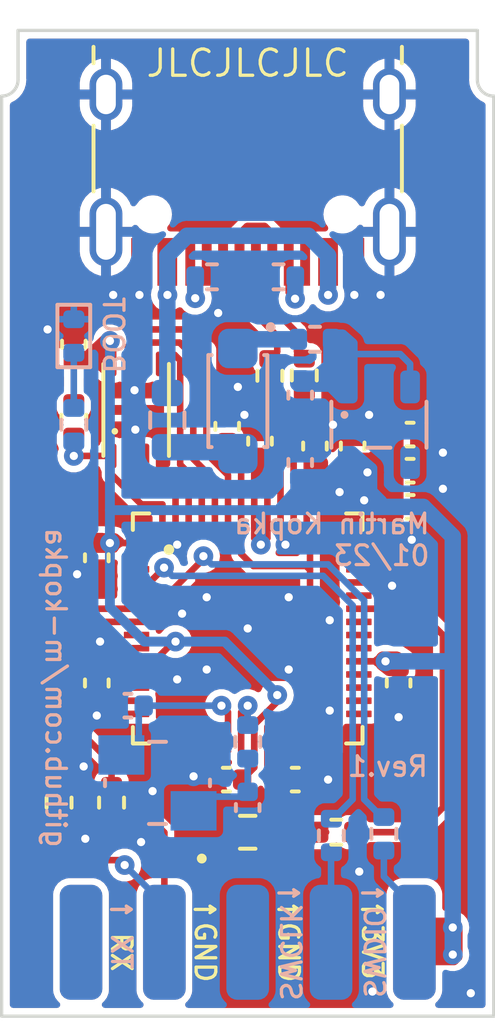
<source format=kicad_pcb>
(kicad_pcb (version 20211014) (generator pcbnew)
  (layers (0 "F.Cu" signal) (31 "B.Cu" signal) (34 "B.Paste" user) (35 "F.Paste" user) (36 "B.SilkS" user "B.Silkscreen") (37 "F.SilkS" user "F.Silkscreen") (38 "B.Mask" user) (39 "F.Mask" user) (44 "Edge.Cuts" user))
  (net 0 "")
  (net 1 "+5V")
  (net 2 "GND")
  (net 3 "+3V3")
  (net 4 "+1V1")
  (net 5 "Net-(C16-Pad1)")
  (net 6 "VBUS")
  (net 7 "USB_D+")
  (net 8 "USB_D-")
  (net 9 "/TARGET_SWDIO")
  (net 10 "/TARGET_SWCLK")
  (net 12 "Net-(R4-Pad1)")
  (net 13 "/TARGET_RX")
  (net 14 "/TARGET_TX")
  (net 17 "/LED")
  (net 18 "Net-(R3-Pad1)")
  (net 19 "/QSPI_SS")
  (net 20 "/BOOT")
  (net 21 "Net-(R10-Pad2)")
  (net 22 "Net-(R11-Pad2)")
  (net 23 "Net-(R12-Pad2)")
  (net 24 "Net-(R13-Pad2)")
  (net 27 "Net-(R5-Pad1)")
  (net 30 "Net-(D1-Pad1)")
  (net 40 "Net-(D1-Pad2)")
  (net 41 "Net-(LED1-Pad2)")
  (net 42 "Net-(C15-Pad1)")
  (net 62 "/QSPI_SD3")
  (net 63 "/QSPI_SCLK")
  (net 64 "/QSPI_SD0")
  (net 65 "/QSPI_SD2")
  (net 66 "/QSPI_SD1")
  (net 67 "Net-(J1-PadA5)")
  (net 68 "Net-(J1-PadB5)")
  (footprint "Resistor_SMD:R_0402_1005Metric" (layer "F.Cu") (at 160.825 94.16 90)
    (fp_text reference "R4" hide)
    (fp_text value "27R" hide)
  )
  (footprint "Capacitor_SMD:C_0402_1005Metric" (layer "F.Cu") (at 165.1 98.15)
    (fp_text reference "C5" hide)
    (fp_text value "100n" hide)
  )
  (footprint "Capacitor_SMD:C_0402_1005Metric" (layer "F.Cu") (at 165.1 95.95)
    (fp_text reference "C11" hide)
    (fp_text value "100n" hide)
  )
  (footprint "Capacitor_SMD:C_0402_1005Metric" (layer "F.Cu") (at 163.35 96.3 90)
    (fp_text reference "C3" hide)
    (fp_text value "1u" hide)
  )
  (footprint "Resistor_SMD:R_0402_1005Metric" (layer "F.Cu") (at 161.875 94.15 90)
    (fp_text reference "R5" hide)
    (fp_text value "27R" hide)
  )
  (footprint "Capacitor_SMD:C_0402_1005Metric" (layer "F.Cu") (at 159.525 95.7 90)
    (fp_text reference "C14" hide)
    (fp_text value "100n" hide)
  )
  (footprint "Resistor_SMD:R_0402_1005Metric" (layer "F.Cu") (at 154.85 95.5 90)
    (fp_text reference "R6" hide)
    (fp_text value "10k" hide)
  )
  (footprint "Resistor_SMD:R_0402_1005Metric" (layer "F.Cu") (at 162.85 108.05)
    (fp_text reference "R9" hide)
    (fp_text value "1k" hide)
  )
  (footprint "w-ic:QFN-56 7x7mm P0.4mm" (layer "F.Cu") (at 160.15 101.85)
    (fp_text reference "U2" hide)
    (fp_text value "RP2040" hide)
  )
  (footprint "w-opto:LED 0603" (layer "F.Cu") (at 160.15 108.0525)
    (fp_text reference "LED1" hide)
    (fp_text value "USR_LED" hide)
  )
  (footprint "Capacitor_SMD:C_0402_1005Metric" (layer "F.Cu") (at 154.85 93.2 90)
    (fp_text reference "C17" hide)
    (fp_text value "100n" hide)
  )
  (footprint "Capacitor_SMD:C_0402_1005Metric" (layer "F.Cu") (at 159.5 106.45 180)
    (fp_text reference "C8" hide)
    (fp_text value "100n" hide)
  )
  (footprint "w-connector:USB4105" (layer "F.Cu") (at 160.15 87.05 180)
    (fp_text reference "J1" hide)
    (fp_text value "USB4105" hide)
  )
  (footprint "Resistor_SMD:R_0402_1005Metric" (layer "F.Cu") (at 156 107.15 90)
    (fp_text reference "R13" hide)
    (fp_text value "27R" hide)
  )
  (footprint "w-ic:USON-8 2x3mm" (layer "F.Cu") (at 156.75 95.2 90)
    (fp_text reference "U3" hide)
    (fp_text value "W25Q16JV" hide)
  )
  (footprint "w-connector:MLW10 Edge" (layer "F.Cu") (at 160.15 113.65)
    (fp_text reference "J2" hide)
    (fp_text value "ARM 10pin" hide)
  )
  (footprint "Capacitor_SMD:C_0402_1005Metric" (layer "F.Cu") (at 155.55 99.7 -90)
    (fp_text reference "C9" hide)
    (fp_text value "100n" hide)
  )
  (footprint "Capacitor_SMD:C_0402_1005Metric" (layer "F.Cu") (at 155.55 103.51 -90)
    (fp_text reference "C6" hide)
    (fp_text value "100n" hide)
  )
  (footprint "Capacitor_SMD:C_0402_1005Metric" (layer "F.Cu") (at 161.6 106.45)
    (fp_text reference "C13" hide)
    (fp_text value "100n" hide)
  )
  (footprint "Capacitor_SMD:C_0402_1005Metric" (layer "F.Cu") (at 164.75 103.51 -90)
    (fp_text reference "C7" hide)
    (fp_text value "100n" hide)
  )
  (footprint "Capacitor_SMD:C_0402_1005Metric" (layer "F.Cu") (at 162.2 96.3 90)
    (fp_text reference "C12" hide)
    (fp_text value "1u" hide)
  )
  (footprint "Resistor_SMD:R_0402_1005Metric" (layer "F.Cu") (at 154.4 107.15 90)
    (fp_text reference "R12" hide)
    (fp_text value "27R" hide)
  )
  (footprint "Capacitor_SMD:C_0402_1005Metric" (layer "F.Cu") (at 160.525 96.15 90)
    (fp_text reference "C4" hide)
    (fp_text value "100n" hide)
  )
  (footprint "Capacitor_SMD:C_0402_1005Metric" (layer "F.Cu") (at 165.1 97.05)
    (fp_text reference "C10" hide)
    (fp_text value "100n" hide)
  )
  (footprint "w-diode:SOD-123LF" (layer "B.Cu") (at 159.85 94.93 -90)
    (fp_text reference "D1" hide)
    (fp_text value "BAT54H" hide)
  )
  (footprint "Capacitor_SMD:C_0402_1005Metric" (layer "B.Cu") (at 156.5 104.2 180)
    (fp_text reference "C16" hide)
    (fp_text value "12p" hide)
  )
  (footprint "Resistor_SMD:R_0402_1005Metric" (layer "B.Cu") (at 154.85 92.95 90)
    (fp_text reference "R8" hide)
    (fp_text value "DNP" hide)
  )
  (footprint "Resistor_SMD:R_0402_1005Metric" (layer "B.Cu") (at 154.85 95.65 90)
    (fp_text reference "R7" hide)
    (fp_text value "1k" hide)
  )
  (footprint "Resistor_SMD:R_0402_1005Metric" (layer "B.Cu") (at 161.09 91.15 180)
    (fp_text reference "R2" hide)
    (fp_text value "5k1" hide)
  )
  (footprint "Resistor_SMD:R_0402_1005Metric" (layer "B.Cu") (at 164.3 108.1 90)
    (fp_text reference "R11" hide)
    (fp_text value "27R" hide)
  )
  (footprint "Capacitor_SMD:C_0402_1005Metric" (layer "B.Cu") (at 161.75 94.75 -90)
    (fp_text reference "C1" hide)
    (fp_text value "1u" hide)
  )
  (footprint "Resistor_SMD:R_0402_1005Metric" (layer "B.Cu") (at 159.06 91.15)
    (fp_text reference "R1" hide)
    (fp_text value "5k1" hide)
  )
  (footprint "Capacitor_SMD:C_0402_1005Metric" (layer "B.Cu") (at 160.15 107.3 -90)
    (fp_text reference "C15" hide)
    (fp_text value "12p" hide)
  )
  (footprint "Resistor_SMD:R_0402_1005Metric" (layer "B.Cu") (at 160.15 105.3 -90)
    (fp_text reference "R3" hide)
    (fp_text value "1k" hide)
  )
  (footprint "w-crystal:Crystal 3225 3.2x2.5mm 4pin" (layer "B.Cu") (at 157.4 106.55 180)
    (fp_text reference "Y1" hide)
    (fp_text value "12MHz" hide)
  )
  (footprint "Resistor_SMD:R_0402_1005Metric" (layer "B.Cu") (at 162.7 108.15 90)
    (fp_text reference "R10" hide)
    (fp_text value "27R" hide)
  )
  (footprint "Resistor_SMD:R_0603_1608Metric" (layer "B.Cu") (at 157.7 95.51 -90)
    (fp_text reference "F1" hide)
    (fp_text value "200mA" hide)
  )
  (footprint "w-ic:SOT-23-5L" (layer "B.Cu") (at 164.15 95.65 -90)
    (fp_text reference "U1" hide)
    (fp_text value "TLV743P" hide)
  )
  (footprint "Resistor_SMD:R_0402_1005Metric" (layer "B.Cu") (at 162.2 93.05)
    (fp_text reference "FB1" hide)
    (fp_text value "100 @ 100MHz" hide)
  )
  (footprint "Capacitor_SMD:C_0402_1005Metric" (layer "B.Cu") (at 161.75 96.8 90)
    (fp_text reference "C2" hide)
    (fp_text value "1u" hide)
  )
  (gr_line (start 164.1 109.8) (end 164.25 109.9) (layer "B.SilkS") (width 0.1))
  (gr_line (start 156.45 110.5) (end 156.6 110.4) (layer "B.SilkS") (width 0.1))
  (gr_line (start 156.6 110.4) (end 156 110.4) (layer "B.SilkS") (width 0.1))
  (gr_line (start 161.55 110) (end 161.7 109.9) (layer "B.SilkS") (width 0.1))
  (gr_line (start 156.45 110.3) (end 156.6 110.4) (layer "B.SilkS") (width 0.1))
  (gr_line (start 161.55 109.8) (end 161.7 109.9) (layer "B.SilkS") (width 0.1))
  (gr_line (start 164.1 110) (end 164.25 109.9) (layer "B.SilkS") (width 0.1))
  (gr_line (start 161.7 109.9) (end 161.1 109.9) (layer "B.SilkS") (width 0.1))
  (gr_line (start 164.25 109.9) (end 163.65 109.9) (layer "B.SilkS") (width 0.1))
  (gr_line (start 159.15 110.4) (end 159 110.3) (layer "F.SilkS") (width 0.1))
  (gr_line (start 156.6 110.4) (end 156.45 110.3) (layer "F.SilkS") (width 0.1))
  (gr_line (start 156.6 110.4) (end 156.45 110.5) (layer "F.SilkS") (width 0.1))
  (gr_line (start 161.1 110.4) (end 161.7 110.4) (layer "F.SilkS") (width 0.1))
  (gr_line (start 159.15 110.4) (end 159 110.5) (layer "F.SilkS") (width 0.1))
  (gr_line (start 156 110.4) (end 156.6 110.4) (layer "F.SilkS") (width 0.1))
  (gr_line (start 158.55 110.4) (end 159.15 110.4) (layer "F.SilkS") (width 0.1))
  (gr_line (start 161.7 110.4) (end 161.55 110.3) (layer "F.SilkS") (width 0.1))
  (gr_line (start 164.25 110.4) (end 164.1 110.3) (layer "F.SilkS") (width 0.1))
  (gr_line (start 164.25 110.4) (end 164.1 110.5) (layer "F.SilkS") (width 0.1))
  (gr_line (start 161.7 110.4) (end 161.55 110.5) (layer "F.SilkS") (width 0.1))
  (gr_line (start 163.65 110.4) (end 164.25 110.4) (layer "F.SilkS") (width 0.1))
  (gr_arc (start 167.65 85.65) (mid 167.296447 85.503553) (end 167.15 85.15) (layer "Edge.Cuts") (width 0.1))
  (gr_line (start 152.65 113.65) (end 152.65 85.65) (layer "Edge.Cuts") (width 0.1))
  (gr_arc (start 153.15 85.15) (mid 153.003553 85.503553) (end 152.65 85.65) (layer "Edge.Cuts") (width 0.1))
  (gr_line (start 153.15 83.65) (end 167.15 83.65) (layer "Edge.Cuts") (width 0.1))
  (gr_line (start 167.65 113.65) (end 152.65 113.65) (layer "Edge.Cuts") (width 0.1))
  (gr_line (start 153.15 83.65) (end 153.15 85.15) (layer "Edge.Cuts") (width 0.1))
  (gr_line (start 167.15 83.65) (end 167.15 85.15) (layer "Edge.Cuts") (width 0.1))
  (gr_line (start 167.65 85.65) (end 167.65 113.65) (layer "Edge.Cuts") (width 0.1))
  (gr_text "SWCLK" (at 161.45 111.7 270) (layer "B.SilkS") (effects (font (size 0.6 0.6) (thickness 0.1)) (justify mirror)))
  (gr_text "Martin Kopka\n01/23" (at 165.75 99.15) (layer "B.SilkS") (effects (font (size 0.6 0.6) (thickness 0.1)) (justify left mirror)))
  (gr_text "github.com/m-kopka" (at 154.3 103.65 270) (layer "B.SilkS") (effects (font (size 0.6 0.6) (thickness 0.1)) (justify mirror)))
  (gr_text "BOOT" (at 156.05 92.925 270) (layer "B.SilkS") (effects (font (size 0.6 0.6) (thickness 0.1)) (justify mirror)))
  (gr_text "SWDIO" (at 164 111.7 270) (layer "B.SilkS") (effects (font (size 0.6 0.6) (thickness 0.1)) (justify mirror)))
  (gr_text "TX" (at 156.3 111.7 -90) (layer "B.SilkS") (effects (font (size 0.6 0.6) (thickness 0.1)) (justify mirror)))
  (gr_text "Rev.1" (at 165.7 106.05) (layer "B.SilkS") (effects (font (size 0.6 0.6) (thickness 0.1)) (justify left mirror)))
  (gr_text "RX" (at 156.3 111.7 -90) (layer "F.SilkS") (effects (font (size 0.6 0.6) (thickness 0.1))))
  (gr_text "JLCJLCJLC" (at 160.15 84.65) (layer "F.SilkS") (effects (font (size 0.8 0.8) (thickness 0.1))))
  (gr_text "3V3" (at 163.95 111.7 -90) (layer "F.SilkS") (effects (font (size 0.6 0.6) (thickness 0.1))))
  (gr_text "GND" (at 158.85 111.7 -90) (layer "F.SilkS") (effects (font (size 0.6 0.6) (thickness 0.1))))
  (gr_text "GND" (at 161.4 111.7 -90) (layer "F.SilkS") (effects (font (size 0.6 0.6) (thickness 0.1))))
  (segment (start 165.1 94.5) (end 165.1 93.8) (width 0.2) (layer "B.Cu") (net 1))
  (segment (start 165.1 93.8) (end 164.8 93.5) (width 0.2) (layer "B.Cu") (net 1))
  (segment (start 163.16 93.5) (end 162.71 93.05) (width 0.2) (layer "B.Cu") (net 1))
  (segment (start 164.8 93.5) (end 163.16 93.5) (width 0.2) (layer "B.Cu") (net 1))
  (via (at 162.6 106.45) (size 0.6) (drill 0.25) (layers "F.Cu" "B.Cu") (net 2))
  (via (at 166.1 96.5) (size 0.6) (drill 0.25) (layers "F.Cu" "B.Cu") (net 2))
  (via (at 166.1 97.6) (size 0.6) (drill 0.25) (layers "F.Cu" "B.Cu") (net 2))
  (via (at 154.95 100.2) (size 0.6) (drill 0.25) (layers "F.Cu" "B.Cu") (net 2))
  (via (at 160.05 95.35) (size 0.6) (drill 0.25) (layers "F.Cu" "B.Cu") (net 2))
  (via (at 154.05 92.75) (size 0.6) (drill 0.25) (layers "F.Cu" "B.Cu") (net 2))
  (via (at 161.3 99.3) (size 0.6) (drill 0.25) (layers "F.Cu" "B.Cu") (net 2))
  (via (at 164.75 104.55) (size 0.6) (drill 0.25) (layers "F.Cu" "B.Cu") (net 2))
  (via (at 159.85 94.5) (size 0.6) (drill 0.25) (layers "F.Cu" "B.Cu") (net 2))
  (via (at 156.05 91.7) (size 0.6) (drill 0.25) (layers "F.Cu" "B.Cu") (net 2))
  (via (at 162.75 95.65) (size 0.6) (drill 0.25) (layers "F.Cu" "B.Cu") (net 2))
  (via (at 155.55 104.5) (size 0.6) (drill 0.25) (layers "F.Cu" "B.Cu") (net 2))
  (via (at 160.15 101.85) (size 0.6) (drill 0.25) (layers "F.Cu" "B.Cu") (net 2))
  (via (at 158 99.3) (size 0.6) (drill 0.25) (layers "F.Cu" "B.Cu") (net 2))
  (via (at 158.15 101.4) (size 0.6) (drill 0.25) (layers "F.Cu" "B.Cu") (net 2))
  (via (at 158.9 100.9) (size 0.6) (drill 0.25) (layers "F.Cu" "B.Cu") (net 2))
  (via (at 161.4 103.1) (size 0.6) (drill 0.25) (layers "F.Cu" "B.Cu") (net 2))
  (via (at 162.65 101.6) (size 0.6) (drill 0.25) (layers "F.Cu" "B.Cu") (net 2))
  (via (at 165.15 99.15) (size 0.6) (drill 0.25) (layers "F.Cu" "B.Cu") (net 2))
  (via (at 163.4 91.7) (size 0.6) (drill 0.25) (layers "F.Cu" "B.Cu") (net 2))
  (via (at 163.55 109.25) (size 0.6) (drill 0.25) (layers "F.Cu" "B.Cu") (net 2))
  (via (at 155.65 102.25) (size 0.6) (drill 0.25) (layers "F.Cu" "B.Cu") (net 2))
  (via (at 157.25 106.8) (size 0.6) (drill 0.25) (layers "F.Cu" "B.Cu") (net 2))
  (via (at 156.7 94.6) (size 0.6) (drill 0.25) (layers "F.Cu" "B.Cu") (net 2))
  (via (at 158 103.4) (size 0.6) (drill 0.25) (layers "F.Cu" "B.Cu") (net 2))
  (via (at 164.55 100.55) (size 0.6) (drill 0.25) (layers "F.Cu" "B.Cu") (net 2))
  (via (at 158.9 103.1) (size 0.6) (drill 0.25) (layers "F.Cu" "B.Cu") (net 2))
  (via (at 156.725 95.8) (size 0.6) (drill 0.25) (layers "F.Cu" "B.Cu") (net 2))
  (via (at 156.85 91.7) (size 0.6) (drill 0.25) (layers "F.Cu" "B.Cu") (net 2))
  (via (at 159.25 92.25) (size 0.6) (drill 0.25) (layers "F.Cu" "B.Cu") (net 2))
  (via (at 163.85 95.35) (size 0.6) (drill 0.25) (layers "F.Cu" "B.Cu") (net 2))
  (via (at 166.95 112.95) (size 0.6) (drill 0.25) (layers "F.Cu" "B.Cu") (net 2))
  (via (at 156.9 108.35) (size 0.6) (drill 0.25) (layers "F.Cu" "B.Cu") (net 2))
  (via (at 155.2 108.25) (size 0.6) (drill 0.25) (layers "F.Cu" "B.Cu") (net 2))
  (via (at 164.2 91.7) (size 0.6) (drill 0.25) (layers "F.Cu" "B.Cu") (net 2))
  (via (at 162.65 104.35) (size 0.6) (drill 0.25) (layers "F.Cu" "B.Cu") (net 2))
  (via (at 155.15 106.05) (size 0.6) (drill 0.25) (layers "F.Cu" "B.Cu") (net 2))
  (via (at 163.95 112.9) (size 0.6) (drill 0.25) (layers "F.Cu" "B.Cu") (net 2))
  (via (at 158.5 106.35) (size 0.6) (drill 0.25) (layers "F.Cu" "B.Cu") (net 2))
  (via (at 161.4 100.9) (size 0.6) (drill 0.25) (layers "F.Cu" "B.Cu") (net 2))
  (segment (start 160.35 97.4) (end 160.35 96.83) (width 0.2) (layer "F.Cu") (net 3))
  (segment (start 160.35 106.08) (end 159.98 106.45) (width 0.2) (layer "F.Cu") (net 3))
  (segment (start 160.75 99.1) (end 160.55 99.3) (width 0.2) (layer "F.Cu") (net 3))
  (segment (start 156.7625 102.85) (end 155.73 102.85) (width 0.2) (layer "F.Cu") (net 3))
  (segment (start 160.35 99.1) (end 160.35 97.4) (width 0.2) (layer "F.Cu") (net 3))
  (segment (start 160.75 98.4125) (end 160.75 97.35) (width 0.2) (layer "F.Cu") (net 3))
  (segment (start 157.296276 102.85) (end 156.7125 102.85) (width 0.2) (layer "F.Cu") (net 3))
  (segment (start 155.9995 93.8) (end 156 93.8005) (width 0.3) (layer "F.Cu") (net 3))
  (segment (start 160.35 104.7796) (end 160.35 105.2375) (width 0.2) (layer "F.Cu") (net 3))
  (segment (start 155.73 99.25) (end 155.55 99.07) (width 0.2) (layer "F.Cu") (net 3))
  (segment (start 163.5375 102.85) (end 164.35 102.85) (width 0.2) (layer "F.Cu") (net 3))
  (segment (start 160.4 97.35) (end 160.35 97.4) (width 0.2) (layer "F.Cu") (net 3))
  (segment (start 164.35 102.85) (end 164.57 102.85) (width 0.2) (layer "F.Cu") (net 3))
  (segment (start 155.95 99.25) (end 155.73 99.25) (width 0.2) (layer "F.Cu") (net 3))
  (segment (start 160.75 98.4625) (end 160.75 99.1) (width 0.2) (layer "F.Cu") (net 3))
  (segment (start 154.85 93.68) (end 154.85 94.99) (width 0.2) (layer "F.Cu") (net 3))
  (segment (start 156.7625 99.25) (end 155.95 99.25) (width 0.2) (layer "F.Cu") (net 3))
  (segment (start 160.75 97.35) (end 160.4 97.35) (width 0.2) (layer "F.Cu") (net 3))
  (segment (start 160.35 96.83) (end 160.4 96.78) (width 0.2) (layer "F.Cu") (net 3))
  (segment (start 160.55 99.3) (end 160.35 99.1) (width 0.2) (layer "F.Cu") (net 3))
  (segment (start 161.05 103.8765) (end 161.05 104.0796) (width 0.2) (layer "F.Cu") (net 3))
  (segment (start 155.73 102.85) (end 155.55 103.03) (width 0.2) (layer "F.Cu") (net 3))
  (segment (start 157.896276 102.25) (end 157.296276 102.85) (width 0.2) (layer "F.Cu") (net 3))
  (segment (start 160.35 105.2375) (end 160.35 106.08) (width 0.2) (layer "F.Cu") (net 3))
  (segment (start 161.05 104.0796) (end 160.35 104.7796) (width 0.2) (layer "F.Cu") (net 3))
  (via (at 163.8 97.1) (size 0.6) (drill 0.25) (layers "F.Cu" "B.Cu") (net 3))
  (via (at 164.35 102.85) (size 0.6) (drill 0.25) (layers "F.Cu" "B.Cu") (net 3))
  (via (at 155.95 99.25) (size 0.6) (drill 0.25) (layers "F.Cu" "B.Cu") (net 3))
  (via (at 155.95 93.1) (size 0.6) (drill 0.25) (layers "F.Cu" "B.Cu") (net 3))
  (via (at 163.7 97.95) (size 0.6) (drill 0.25) (layers "F.Cu" "B.Cu") (net 3))
  (via (at 160.55 99.3) (size 0.6) (drill 0.25) (layers "F.Cu" "B.Cu") (net 3))
  (via (at 162.95 97.7) (size 0.6) (drill 0.25) (layers "F.Cu" "B.Cu") (net 3))
  (via (at 166.4 111.775) (size 0.6) (drill 0.25) (layers "F.Cu" "B.Cu") (net 3))
  (via (at 166.4 110.95) (size 0.6) (drill 0.25) (layers "F.Cu" "B.Cu") (net 3))
  (via (at 161.05 103.8765) (size 0.6) (drill 0.25) (layers "F.Cu" "B.Cu") (net 3))
  (via (at 157.95 102.25) (size 0.6) (drill 0.25) (layers "F.Cu" "B.Cu") (net 3))
  (segment (start 160.55 98.25) (end 155.95 98.25) (width 0.3) (layer "B.Cu") (net 3))
  (segment (start 161.05 103.8765) (end 161.05 103.85) (width 0.3) (layer "B.Cu") (net 3))
  (segment (start 166.4 110.95) (end 166.4 102.75) (width 0.5) (layer "B.Cu") (net 3))
  (segment (start 161.05 103.85) (end 159.45 102.25) (width 0.3) (layer "B.Cu") (net 3))
  (segment (start 164.35 102.85) (end 166.3 102.85) (width 0.5) (layer "B.Cu") (net 3))
  (segment (start 155.95 98.25) (end 155.95 93.1) (width 0.3) (layer "B.Cu") (net 3))
  (segment (start 163.4 98.25) (end 160.55 98.25) (width 0.3) (layer "B.Cu") (net 3))
  (segment (start 165.5 98.15) (end 163.4 98.15) (width 0.5) (layer "B.Cu") (net 3))
  (segment (start 155.95 98.7) (end 155.95 99.25) (width 0.3) (layer "B.Cu") (net 3))
  (segment (start 166.4 102.75) (end 166.4 99.05) (width 0.5) (layer "B.Cu") (net 3))
  (segment (start 155.95 98.7) (end 155.95 98.25) (width 0.3) (layer "B.Cu") (net 3))
  (segment (start 166.3 102.85) (end 166.4 102.75) (width 0.5) (layer "B.Cu") (net 3))
  (segment (start 160.55 99.3) (end 160.55 98.25) (width 0.3) (layer "B.Cu") (net 3))
  (segment (start 157 102.25) (end 155.95 101.2) (width 0.3) (layer "B.Cu") (net 3))
  (segment (start 163.4 98.15) (end 162.95 97.7) (width 0.5) (layer "B.Cu") (net 3))
  (segment (start 159.45 102.25) (end 157.95 102.25) (width 0.3) (layer "B.Cu") (net 3))
  (segment (start 155.95 101.2) (end 155.95 99.25) (width 0.3) (layer "B.Cu") (net 3))
  (segment (start 166.4 110.95) (end 166.4 111.775) (width 0.5) (layer "B.Cu") (net 3))
  (segment (start 166.4 99.05) (end 165.5 98.15) (width 0.5) (layer "B.Cu") (net 3))
  (segment (start 157.95 102.25) (end 157 102.25) (width 0.3) (layer "B.Cu") (net 3))
  (segment (start 163.7 97.95) (end 163.4 98.25) (width 0.3) (layer "B.Cu") (net 3))
  (segment (start 161.95 98.4125) (end 161.95 97.65) (width 0.2) (layer "F.Cu") (net 4))
  (segment (start 161.95 99.97) (end 162.04952 100.06952) (width 0.2) (layer "F.Cu") (net 4))
  (segment (start 160.75 106.08) (end 161.12 106.45) (width 0.2) (layer "F.Cu") (net 4))
  (segment (start 161.041369 104.55) (end 161.8 104.55) (width 0.2) (layer "F.Cu") (net 4))
  (segment (start 162.04952 100.06952) (end 162.04952 99.17952) (width 0.2) (layer "F.Cu") (net 4))
  (segment (start 162.2 97.4) (end 162.2 96.78) (width 0.2) (layer "F.Cu") (net 4))
  (segment (start 159.95 98.4125) (end 159.95 97.019988) (width 0.2) (layer "F.Cu") (net 4))
  (segment (start 161.95 97.65) (end 162.2 97.4) (width 0.2) (layer "F.Cu") (net 4))
  (segment (start 160.75 104.841369) (end 161.041369 104.55) (width 0.2) (layer "F.Cu") (net 4))
  (segment (start 162.04952 104.30048) (end 162.04952 100.06952) (width 0.2) (layer "F.Cu") (net 4))
  (segment (start 159.95 97.019988) (end 159.5 96.569988) (width 0.2) (layer "F.Cu") (net 4))
  (segment (start 161.93048 99.95048) (end 160.321662 99.95048) (width 0.2) (layer "F.Cu") (net 4))
  (segment (start 161.95 99.97) (end 161.93048 99.95048) (width 0.2) (layer "F.Cu") (net 4))
  (segment (start 161.95 99.08) (end 161.95 98.4125) (width 0.2) (layer "F.Cu") (net 4))
  (segment (start 161.8 104.55) (end 162.04952 104.30048) (width 0.2) (layer "F.Cu") (net 4))
  (segment (start 160.75 105.2875) (end 160.75 104.841369) (width 0.2) (layer "F.Cu") (net 4))
  (segment (start 160.321662 99.95048) (end 159.95 99.578818) (width 0.2) (layer "F.Cu") (net 4))
  (segment (start 159.5 96.569988) (end 159.5 96.11) (width 0.2) (layer "F.Cu") (net 4))
  (segment (start 162.04952 99.17952) (end 161.95 99.08) (width 0.2) (layer "F.Cu") (net 4))
  (segment (start 160.75 105.2375) (end 160.75 106.08) (width 0.2) (layer "F.Cu") (net 4))
  (segment (start 159.95 99.578818) (end 159.95 98.4125) (width 0.2) (layer "F.Cu") (net 4))
  (segment (start 159.35 104.2) (end 159.55 104.4) (width 0.2) (layer "F.Cu") (net 5))
  (segment (start 159.55 104.4) (end 159.55 105.2375) (width 0.2) (layer "F.Cu") (net 5))
  (via (at 159.35 104.2) (size 0.6) (drill 0.25) (layers "F.Cu" "B.Cu") (net 5))
  (segment (start 156.83 104.2) (end 156.83 105.17) (width 0.2) (layer "B.Cu") (net 5))
  (segment (start 159.35 104.2) (end 156.98 104.2) (width 0.2) (layer "B.Cu") (net 5))
  (segment (start 157.7 91.696262) (end 157.7 90.695) (width 0.5) (layer "F.Cu") (net 6))
  (segment (start 162.6 90.695) (end 162.6 91.7) (width 0.5) (layer "F.Cu") (net 6))
  (segment (start 157.703738 91.7) (end 157.7 91.696262) (width 0.5) (layer "F.Cu") (net 6))
  (via (at 162.6 91.7) (size 0.6) (drill 0.25) (layers "F.Cu" "B.Cu") (net 6))
  (via (at 157.703738 91.7) (size 0.6) (drill 0.25) (layers "F.Cu" "B.Cu") (net 6))
  (segment (start 157.7 91.703738) (end 157.703738 91.7) (width 0.5) (layer "B.Cu") (net 6))
  (segment (start 162 89.9) (end 158.3 89.9) (width 0.5) (layer "B.Cu") (net 6))
  (segment (start 157.7 91.696262) (end 157.703738 91.7) (width 0.5) (layer "B.Cu") (net 6))
  (segment (start 157.7 90.5) (end 157.7 91.696262) (width 0.5) (layer "B.Cu") (net 6))
  (segment (start 162.6 90.5) (end 162 89.9) (width 0.5) (layer "B.Cu") (net 6))
  (segment (start 162.6 91.7) (end 162.6 90.5) (width 0.5) (layer "B.Cu") (net 6))
  (segment (start 158.3 89.9) (end 157.7 90.5) (width 0.5) (layer "B.Cu") (net 6))
  (segment (start 157.7 94.685) (end 157.7 91.703738) (width 0.5) (layer "B.Cu") (net 6))
  (segment (start 161.05 92.95) (end 161.05 93.425) (width 0.2) (layer "F.Cu") (net 7))
  (segment (start 160.4 91.9) (end 160.4 91.7) (width 0.2) (layer "F.Cu") (net 7))
  (segment (start 160.2 91.7) (end 160.4 91.7) (width 0.2) (layer "F.Cu") (net 7))
  (segment (start 160.4 91.4) (end 160.4 90.695) (width 0.2) (layer "F.Cu") (net 7))
  (segment (start 159.6 91.7) (end 160.2 91.7) (width 0.2) (layer "F.Cu") (net 7))
  (segment (start 159.4 90.695) (end 159.4 91.5) (width 0.2) (layer "F.Cu") (net 7))
  (segment (start 161.05 93.425) (end 160.825 93.65) (width 0.2) (layer "F.Cu") (net 7))
  (segment (start 160.4 91.9) (end 160.4 92.3) (width 0.2) (layer "F.Cu") (net 7))
  (segment (start 159.4 91.5) (end 159.6 91.7) (width 0.2) (layer "F.Cu") (net 7))
  (segment (start 160.4 91.9) (end 160.2 91.7) (width 0.2) (layer "F.Cu") (net 7))
  (segment (start 160.4 91.7) (end 160.4 91.4) (width 0.2) (layer "F.Cu") (net 7))
  (segment (start 160.4 92.3) (end 161.05 92.95) (width 0.2) (layer "F.Cu") (net 7))
  (segment (start 160.65 89.65) (end 160.9 89.9) (width 0.3) (layer "F.Cu") (net 8))
  (segment (start 159.9 89.9) (end 160.15 89.65) (width 0.3) (layer "F.Cu") (net 8))
  (segment (start 160.9 89.9) (end 160.9 90.795) (width 0.3) (layer "F.Cu") (net 8))
  (segment (start 159.9 90.795) (end 159.9 89.9) (width 0.3) (layer "F.Cu") (net 8))
  (segment (start 160.9 90.695) (end 160.9 92.1) (width 0.2) (layer "F.Cu") (net 8))
  (segment (start 161.65 92.85) (end 161.65 93.415) (width 0.2) (layer "F.Cu") (net 8))
  (segment (start 161.65 93.415) (end 161.875 93.64) (width 0.2) (layer "F.Cu") (net 8))
  (segment (start 160.15 89.65) (end 160.65 89.65) (width 0.3) (layer "F.Cu") (net 8))
  (segment (start 160.9 92.1) (end 161.65 92.85) (width 0.2) (layer "F.Cu") (net 8))
  (segment (start 165.23 110.33) (end 165.23 111.65) (width 0.2) (layer "B.Cu") (net 9))
  (segment (start 164.3 108.61) (end 164.3 109.4) (width 0.2) (layer "B.Cu") (net 9))
  (segment (start 164.3 109.4) (end 165.23 110.33) (width 0.2) (layer "B.Cu") (net 9))
  (segment (start 162.7 108.66) (end 162.69 108.67) (width 0.2) (layer "B.Cu") (net 10))
  (segment (start 162.69 108.67) (end 162.69 111.65) (width 0.2) (layer "B.Cu") (net 10))
  (segment (start 160.825 95.025) (end 160.825 94.82) (width 0.2) (layer "F.Cu") (net 12))
  (segment (start 161.15 95.35) (end 160.825 95.025) (width 0.2) (layer "F.Cu") (net 12))
  (segment (start 161.15 98.4125) (end 161.15 95.35) (width 0.2) (layer "F.Cu") (net 12))
  (segment (start 154.4 108.5) (end 154.4 107.66) (width 0.2) (layer "F.Cu") (net 13))
  (segment (start 156.25 108.9) (end 154.8 108.9) (width 0.2) (layer "F.Cu") (net 13))
  (segment (start 154.8 108.9) (end 154.4 108.5) (width 0.2) (layer "F.Cu") (net 13))
  (segment (start 156.4 109.05) (end 156.25 108.9) (width 0.2) (layer "F.Cu") (net 13))
  (via (at 156.4 109.05) (size 0.6) (drill 0.25) (layers "F.Cu" "B.Cu") (net 13))
  (segment (start 156.4 109.05) (end 157.61 110.26) (width 0.2) (layer "B.Cu") (net 13))
  (segment (start 157.61 110.26) (end 157.61 111.65) (width 0.2) (layer "B.Cu") (net 13))
  (segment (start 157.2 107.65) (end 157.61 108.06) (width 0.2) (layer "F.Cu") (net 14))
  (segment (start 156.16 107.65) (end 157.2 107.65) (width 0.2) (layer "F.Cu") (net 14))
  (segment (start 157.61 108.06) (end 157.61 111.65) (width 0.2) (layer "F.Cu") (net 14))
  (segment (start 156 107.81) (end 156.16 107.65) (width 0.2) (layer "F.Cu") (net 14))
  (segment (start 165.35 108.05) (end 166.1 107.3) (width 0.2) (layer "F.Cu") (net 17))
  (segment (start 166.1 102.05) (end 165.3 101.25) (width 0.2) (layer "F.Cu") (net 17))
  (segment (start 165.3 101.25) (end 163.5375 101.25) (width 0.2) (layer "F.Cu") (net 17))
  (segment (start 163.36 108.05) (end 165.35 108.05) (width 0.2) (layer "F.Cu") (net 17))
  (segment (start 166.1 107.3) (end 166.1 102.05) (width 0.2) (layer "F.Cu") (net 17))
  (segment (start 159.95 104.4) (end 159.95 105.2375) (width 0.2) (layer "F.Cu") (net 18))
  (segment (start 160.15 104.2) (end 159.95 104.4) (width 0.2) (layer "F.Cu") (net 18))
  (via (at 160.15 104.2) (size 0.6) (drill 0.25) (layers "F.Cu" "B.Cu") (net 18))
  (segment (start 160.15 104.79) (end 160.15 104.2) (width 0.2) (layer "B.Cu") (net 18))
  (segment (start 157.55 98.075) (end 156.909994 98.075) (width 0.2) (layer "F.Cu") (net 19))
  (segment (start 154.8505 96.5995) (end 156 96.5995) (width 0.2) (layer "F.Cu") (net 19))
  (segment (start 154.85 96.6) (end 154.85 96.01) (width 0.2) (layer "F.Cu") (net 19))
  (segment (start 157.55 98.4125) (end 157.55 98.075) (width 0.2) (layer "F.Cu") (net 19))
  (segment (start 156 97.165006) (end 156 96.5995) (width 0.2) (layer "F.Cu") (net 19))
  (segment (start 156.909994 98.075) (end 156 97.165006) (width 0.2) (layer "F.Cu") (net 19))
  (via (at 154.85 96.6) (size 0.6) (drill 0.25) (layers "F.Cu" "B.Cu") (net 19))
  (segment (start 154.85 96.6) (end 154.85 96.16) (width 0.2) (layer "B.Cu") (net 19))
  (segment (start 154.85 95.14) (end 154.85 93.46) (width 0.2) (layer "B.Cu") (net 20))
  (segment (start 157.6 100) (end 157.6 100.008631) (width 0.2) (layer "F.Cu") (net 21))
  (segment (start 157.6 100.008631) (end 157.158631 100.45) (width 0.2) (layer "F.Cu") (net 21))
  (segment (start 157.158631 100.45) (end 156.7625 100.45) (width 0.2) (layer "F.Cu") (net 21))
  (via (at 157.6 100) (size 0.6) (drill 0.25) (layers "F.Cu" "B.Cu") (net 21))
  (segment (start 162.76 107.64) (end 162.7 107.64) (width 0.2) (layer "B.Cu") (net 21))
  (segment (start 157.85 100.25) (end 162.45 100.25) (width 0.2) (layer "B.Cu") (net 21))
  (segment (start 157.6 100) (end 157.85 100.25) (width 0.2) (layer "B.Cu") (net 21))
  (segment (start 163.35 107.05) (end 162.76 107.64) (width 0.2) (layer "B.Cu") (net 21))
  (segment (start 162.45 100.25) (end 163.35 101.15) (width 0.2) (layer "B.Cu") (net 21))
  (segment (start 163.35 101.15) (end 163.35 107.05) (width 0.2) (layer "B.Cu") (net 21))
  (segment (start 158.8 99.65) (end 158.8 99.735888) (width 0.2) (layer "F.Cu") (net 22))
  (segment (start 158.8 99.735888) (end 157.685888 100.85) (width 0.2) (layer "F.Cu") (net 22))
  (segment (start 157.685888 100.85) (end 156.7625 100.85) (width 0.2) (layer "F.Cu") (net 22))
  (via (at 158.8 99.65) (size 0.6) (drill 0.25) (layers "F.Cu" "B.Cu") (net 22))
  (segment (start 162.6 99.9) (end 163.7 101) (width 0.2) (layer "B.Cu") (net 22))
  (segment (start 158.8 99.65) (end 159.05 99.9) (width 0.2) (layer "B.Cu") (net 22))
  (segment (start 159.05 99.9) (end 162.6 99.9) (width 0.2) (layer "B.Cu") (net 22))
  (segment (start 164.24 107.59) (end 164.35 107.59) (width 0.2) (layer "B.Cu") (net 22))
  (segment (start 163.7 107.05) (end 164.24 107.59) (width 0.2) (layer "B.Cu") (net 22))
  (segment (start 163.7 101) (end 163.7 107.05) (width 0.2) (layer "B.Cu") (net 22))
  (segment (start 155.15 101.25) (end 156.7625 101.25) (width 0.2) (layer "F.Cu") (net 23))
  (segment (start 154.4 102) (end 155.15 101.25) (width 0.2) (layer "F.Cu") (net 23))
  (segment (start 154.4 106.64) (end 154.4 102) (width 0.2) (layer "F.Cu") (net 23))
  (segment (start 155.35 101.65) (end 156.7625 101.65) (width 0.2) (layer "F.Cu") (net 24))
  (segment (start 156 106.64) (end 156 105.95) (width 0.2) (layer "F.Cu") (net 24))
  (segment (start 154.85 104.8) (end 154.85 102.15) (width 0.2) (layer "F.Cu") (net 24))
  (segment (start 156 105.95) (end 154.85 104.8) (width 0.2) (layer "F.Cu") (net 24))
  (segment (start 154.85 102.15) (end 155.35 101.65) (width 0.2) (layer "F.Cu") (net 24))
  (segment (start 161.55 95.35) (end 161.875 95.025) (width 0.2) (layer "F.Cu") (net 27))
  (segment (start 161.875 95.025) (end 161.875 94.81) (width 0.2) (layer "F.Cu") (net 27))
  (segment (start 161.55 98.4125) (end 161.55 95.35) (width 0.2) (layer "F.Cu") (net 27))
  (segment (start 160.13 93.09) (end 159.85 93.37) (width 0.5) (layer "B.Cu") (net 30))
  (segment (start 161.69 93.05) (end 160.13 93.05) (width 0.5) (layer "B.Cu") (net 30))
  (segment (start 157.7 96.335) (end 159.625 96.335) (width 0.8) (layer "B.Cu") (net 40))
  (segment (start 159.625 96.375) (end 159.85 96.6) (width 0.5) (layer "B.Cu") (net 40))
  (segment (start 162.54 108.05) (end 160.925 108.05) (width 0.2) (layer "F.Cu") (net 41))
  (segment (start 160.925 108.05) (end 160.9225 108.0525) (width 0.2) (layer "F.Cu") (net 41))
  (segment (start 160.15 106.82) (end 160.15 105.81) (width 0.2) (layer "B.Cu") (net 42))
  (segment (start 160.15 106.97) (end 158.93 106.97) (width 0.2) (layer "B.Cu") (net 42))
  (segment (start 158.89048 96.525474) (end 158.89048 93.39048) (width 0.2) (layer "F.Cu") (net 62))
  (segment (start 156.5 93.275) (end 156.5 93.8005) (width 0.2) (layer "F.Cu") (net 62))
  (segment (start 158.89048 93.39048) (end 158.25 92.75) (width 0.2) (layer "F.Cu") (net 62))
  (segment (start 158.25 92.75) (end 157.025 92.75) (width 0.2) (layer "F.Cu") (net 62))
  (segment (start 159.55 98.4125) (end 159.55 97.184994) (width 0.2) (layer "F.Cu") (net 62))
  (segment (start 157.025 92.75) (end 156.5 93.275) (width 0.2) (layer "F.Cu") (net 62))
  (segment (start 159.55 97.184994) (end 158.89048 96.525474) (width 0.2) (layer "F.Cu") (net 62))
  (segment (start 158.075 93.15) (end 157.175 93.15) (width 0.2) (layer "F.Cu") (net 63))
  (segment (start 157.175 93.15) (end 157 93.325) (width 0.2) (layer "F.Cu") (net 63))
  (segment (start 157 93.325) (end 157 93.8005) (width 0.2) (layer "F.Cu") (net 63))
  (segment (start 158.490961 96.690961) (end 158.49096 95.59096) (width 0.2) (layer "F.Cu") (net 63))
  (segment (start 159.15 97.35) (end 158.490961 96.690961) (width 0.2) (layer "F.Cu") (net 63))
  (segment (start 159.15 98.4125) (end 159.15 97.35) (width 0.2) (layer "F.Cu") (net 63))
  (segment (start 158.49096 93.56596) (end 158.075 93.15) (width 0.2) (layer "F.Cu") (net 63))
  (segment (start 158.49096 95.59096) (end 158.49096 93.56596) (width 0.2) (layer "F.Cu") (net 63))
  (segment (start 157.925 93.525) (end 158.09144 93.69144) (width 0.2) (layer "F.Cu") (net 64))
  (segment (start 157.5 93.525) (end 157.925 93.525) (width 0.2) (layer "F.Cu") (net 64))
  (segment (start 158.74952 98.41202) (end 158.75 98.4125) (width 0.2) (layer "F.Cu") (net 64))
  (segment (start 158.749519 97.519507) (end 158.74952 98.41202) (width 0.2) (layer "F.Cu") (net 64))
  (segment (start 158.09144 93.69144) (end 158.09144 96.861428) (width 0.2) (layer "F.Cu") (net 64))
  (segment (start 157.5 93.8005) (end 157.5 93.525) (width 0.2) (layer "F.Cu") (net 64))
  (segment (start 158.09144 96.861428) (end 158.749519 97.519507) (width 0.2) (layer "F.Cu") (net 64))
  (segment (start 158.35 98.4125) (end 158.35 97.684994) (width 0.2) (layer "F.Cu") (net 65))
  (segment (start 158.35 97.684994) (end 157.915486 97.25048) (width 0.2) (layer "F.Cu") (net 65))
  (segment (start 157.251458 97.25048) (end 157 96.999022) (width 0.2) (layer "F.Cu") (net 65))
  (segment (start 157.915486 97.25048) (end 157.251458 97.25048) (width 0.2) (layer "F.Cu") (net 65))
  (segment (start 157 96.999022) (end 157 96.45) (width 0.2) (layer "F.Cu") (net 65))
  (segment (start 157.05 97.65) (end 156.5 97.1) (width 0.2) (layer "F.Cu") (net 66))
  (segment (start 157.75 97.65) (end 157.05 97.65) (width 0.2) (layer "F.Cu") (net 66))
  (segment (start 156.5 97.1) (end 156.5 96.45) (width 0.2) (layer "F.Cu") (net 66))
  (segment (start 157.95 98.4125) (end 157.95 97.85) (width 0.2) (layer "F.Cu") (net 66))
  (segment (start 157.95 97.85) (end 157.75 97.65) (width 0.2) (layer "F.Cu") (net 66))
  (segment (start 161.593403 91.816713) (end 161.4 91.62331) (width 0.2) (layer "F.Cu") (net 67))
  (segment (start 161.4 91.62331) (end 161.4 90.695) (width 0.2) (layer "F.Cu") (net 67))
  (via (at 161.593403 91.816713) (size 0.6) (drill 0.25) (layers "F.Cu" "B.Cu") (net 67))
  (segment (start 161.6 91.15) (end 161.6 91.810116) (width 0.5) (layer "B.Cu") (net 67))
  (segment (start 161.6 91.810116) (end 161.593403 91.816713) (width 0.5) (layer "B.Cu") (net 67))
  (segment (start 158.4 91.65) (end 158.4 90.695) (width 0.2) (layer "F.Cu") (net 68))
  (segment (start 158.55 91.8) (end 158.4 91.65) (width 0.2) (layer "F.Cu") (net 68))
  (via (at 158.55 91.8) (size 0.6) (drill 0.25) (layers "F.Cu" "B.Cu") (net 68))
  (segment (start 158.55 91.15) (end 158.55 91.8) (width 0.5) (layer "B.Cu") (net 68))
  (zone (net 2) (net_name "GND") (layers F&B.Cu) (connect_pads thru_hole_only (clearance 0.2)) (min_thickness 0.2) (fill yes (thermal_gap 0.3) (thermal_bridge_width 0.3))
    (polygon (pts (xy 167.65 113.65) (xy 152.65 113.65) (xy 152.65 83.65) (xy 167.65 83.65)))
  )
  (zone (net 3) (net_name "+3V3") (layer "F.Cu") (priority 2) (connect_pads yes (clearance 0.2)) (min_thickness 0.254) (fill yes (thermal_gap 0.508) (thermal_bridge_width 0.508))
    (polygon (pts (xy 156.4 99.15) (xy 156.4 99.35) (xy 156.15 99.55) (xy 155.4 99.55) (xy 155.25 99.4) (xy 155.25 99.1) (xy 155.4 98.95) (xy 156.15 98.95)))
  )
  (zone (net 3) (net_name "+3V3") (layer "F.Cu") (priority 2) (connect_pads yes (clearance 0.2)) (min_thickness 0.254) (fill yes (thermal_gap 0.508) (thermal_bridge_width 0.508))
    (polygon (pts (xy 166.7 110.9) (xy 166.7 111.9) (xy 166.5 112.1) (xy 164.6 112.1) (xy 164.6 110.65) (xy 166.5 110.65)))
  )
  (zone (net 3) (net_name "+3V3") (layer "F.Cu") (priority 1) (connect_pads thru_hole_only (clearance 0.2)) (min_thickness 0.2) (fill yes (thermal_gap 0.3) (thermal_bridge_width 0.3))
    (polygon (pts (xy 164.9 95.7) (xy 164.9 98.5) (xy 164.05 99.35) (xy 162.7 99.35) (xy 162.25 98.9) (xy 162.25 97.85) (xy 162.8 97.3) (xy 162.8 96.75) (xy 163.05 96.5) (xy 163.85 96.5) (xy 164.15 96.25) (xy 164.15 95.8) (xy 164.4 95.55) (xy 164.8 95.55)))
  )
  (zone (net 3) (net_name "+3V3") (layer "F.Cu") (priority 1) (connect_pads thru_hole_only (clearance 0.2)) (min_thickness 0.2) (fill yes (thermal_gap 0.3) (thermal_bridge_width 0.3))
    (polygon (pts (xy 160.85 96.45) (xy 160.85 97.75) (xy 160.65 97.75) (xy 160.45 97.75) (xy 160.25 97.75) (xy 160.25 96.45) (xy 160.35 96.35) (xy 160.75 96.35)))
  )
  (zone (net 3) (net_name "+3V3") (layer "F.Cu") (priority 2) (connect_pads yes (clearance 0.2)) (min_thickness 0.254) (fill yes (thermal_gap 0.508) (thermal_bridge_width 0.508))
    (polygon (pts (xy 156.4 102.95) (xy 156 103.3) (xy 155.25 103.3) (xy 155.25 102.75) (xy 156.4 102.75)))
  )
  (zone (net 3) (net_name "+3V3") (layer "F.Cu") (priority 2) (connect_pads yes (clearance 0.2)) (min_thickness 0.254) (fill yes (thermal_gap 0.508) (thermal_bridge_width 0.508))
    (polygon (pts (xy 156.2 92.95) (xy 156.2 93.25) (xy 156.15 93.3) (xy 156.15 94.1) (xy 156.1 94.175) (xy 155.8 94.175) (xy 155.55 93.95) (xy 154.65 93.95) (xy 154.55 93.85) (xy 154.55 93.55) (xy 154.65 93.4) (xy 155.2 93.4) (xy 155.85 92.8) (xy 156.05 92.8)))
  )
  (zone (net 3) (net_name "+3V3") (layer "F.Cu") (priority 2) (connect_pads yes (clearance 0.2)) (min_thickness 0.254) (fill yes (thermal_gap 0.508) (thermal_bridge_width 0.508))
    (polygon (pts (xy 165.05 102.75) (xy 165.05 103.2) (xy 164.95 103.3) (xy 164.4 103.3) (xy 163.95 102.95) (xy 163.95 102.75) (xy 164.2 102.55) (xy 164.75 102.55)))
  )
  (zone (net 4) (net_name "+1V1") (layer "F.Cu") (priority 1) (connect_pads thru_hole_only (clearance 0.2)) (min_thickness 0.2) (fill yes (thermal_gap 0.3) (thermal_bridge_width 0.3))
    (polygon (pts (xy 162.6 97.175) (xy 162.05 97.725) (xy 161.85 97.725) (xy 161.85 96.5) (xy 162.45 96.5) (xy 162.6 96.75)))
  )
  (zone (net 3) (net_name "+3V3") (layer "B.Cu") (priority 2) (connect_pads yes (clearance 0.2)) (min_thickness 0.254) (fill yes (thermal_gap 0.508) (thermal_bridge_width 0.508))
    (polygon (pts (xy 163.75 96.6) (xy 164.1 96.9) (xy 164.1 97.6) (xy 164.4 97.9) (xy 164.4 98.4) (xy 161 98.4) (xy 161 98.1) (xy 161.45 97.6) (xy 161.45 97.15) (xy 161.6 97) (xy 162.5 97) (xy 162.9 96.6) (xy 162.9 96.45) (xy 163.05 96.3) (xy 163.4 96.3)))
  )
  (zone (net 1) (net_name "+5V") (layer "B.Cu") (priority 2) (connect_pads yes (clearance 0.2)) (min_thickness 0.254) (fill yes (thermal_gap 0.508) (thermal_bridge_width 0.508))
    (polygon (pts (xy 163.5 93.1) (xy 163.5 94.9) (xy 163.4 95) (xy 162.95 95) (xy 162.6 94.65) (xy 161.6 94.65) (xy 161.45 94.5) (xy 161.45 94.1) (xy 161.55 94) (xy 162.15 94) (xy 162.45 93.75) (xy 162.45 92.75) (xy 163.1 92.75)))
  )
)
</source>
